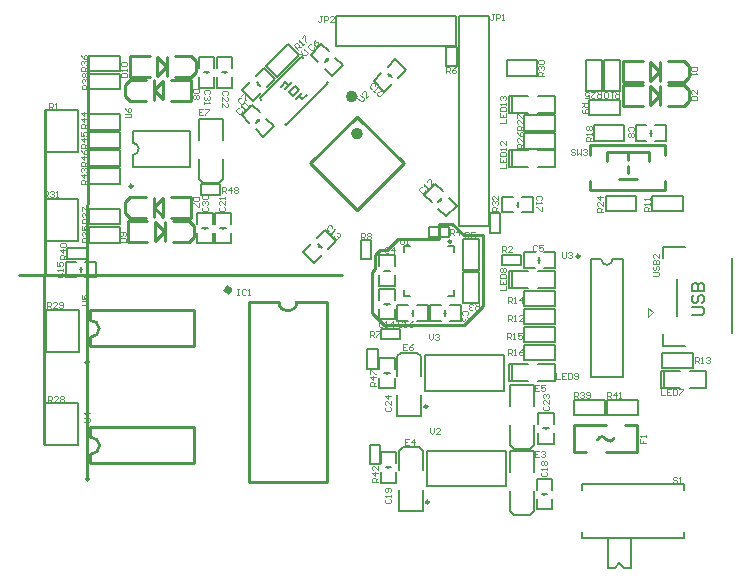
<source format=gto>
G04*
G04 #@! TF.GenerationSoftware,Altium Limited,Altium Designer,18.1.9 (240)*
G04*
G04 Layer_Color=65535*
%FSLAX25Y25*%
%MOIN*%
G70*
G01*
G75*
%ADD10C,0.00984*%
%ADD11C,0.01000*%
%ADD12C,0.01968*%
%ADD13C,0.02000*%
%ADD14C,0.00787*%
%ADD15C,0.00800*%
%ADD16C,0.00600*%
%ADD17C,0.00700*%
%ADD18C,0.00394*%
%ADD19C,0.00400*%
D10*
X69346Y-117711D02*
G03*
X69346Y-117711I-394J0D01*
G01*
X112273Y-122557D02*
G03*
X112273Y-122557I-492J0D01*
G01*
X61500Y-172720D02*
G03*
X61500Y-172720I-492J0D01*
G01*
X62020Y-204588D02*
G03*
X62020Y-204588I-492J0D01*
G01*
X-51408Y-157856D02*
G03*
X-51408Y-157856I-492J0D01*
G01*
X-51298Y-196856D02*
G03*
X-51298Y-196856I-492J0D01*
G01*
D11*
X121000Y-183500D02*
G03*
X123748Y-183138I1299J750D01*
G01*
X121000Y-183500D02*
G03*
X118252Y-183862I-1299J-750D01*
G01*
X12000Y-137864D02*
G03*
X18000Y-137864I3000J0D01*
G01*
X-36736Y-99300D02*
G03*
X-36736Y-99300I-510J0D01*
G01*
X-50700Y-149564D02*
G03*
X-50793Y-143965I0J2800D01*
G01*
X-50590Y-188564D02*
G03*
X-50683Y-182965I0J2800D01*
G01*
X43000Y-141500D02*
X47000Y-145500D01*
X73852D01*
X80000Y-139352D01*
Y-115500D01*
X73563D02*
X80000D01*
X69804Y-111741D02*
X73563Y-115500D01*
X65500Y-111741D02*
X69804D01*
X65500Y-116802D02*
Y-111741D01*
X65302Y-117000D02*
X65500Y-116802D01*
X51673Y-117000D02*
X65302D01*
X48173Y-120500D02*
X51673Y-117000D01*
X45791Y-120500D02*
X48173D01*
X44000Y-122291D02*
X45791Y-120500D01*
X44000Y-127000D02*
Y-122291D01*
X43000Y-128000D02*
X44000Y-127000D01*
X43000Y-141500D02*
Y-128000D01*
X140659Y-100480D02*
Y-97600D01*
X115856Y-100480D02*
Y-97600D01*
X140659Y-88800D02*
Y-85520D01*
X115856Y-88800D02*
Y-85520D01*
Y-100480D02*
X140659D01*
X115856Y-85520D02*
X140659D01*
X135500Y-90900D02*
Y-88000D01*
X121500D02*
X135500D01*
X121500Y-90900D02*
Y-88000D01*
X125500Y-97000D02*
X131400D01*
X128500Y-95000D02*
Y-92400D01*
Y-90600D02*
Y-88000D01*
X127500Y-188000D02*
X131500D01*
Y-179000D01*
X127500D02*
X131500D01*
X112000D02*
X121000D01*
Y-188000D02*
X130000D01*
X110500D02*
X114500D01*
X110500D02*
Y-179000D01*
X114500D01*
X-74500Y-129000D02*
X33000D01*
X-51900Y-155486D02*
X-51500Y-56000D01*
X-51900Y-196997D02*
Y-155486D01*
X-66150Y-185350D02*
X-66000Y-74248D01*
X22465Y-91646D02*
X38021Y-76090D01*
X53578Y-91646D01*
X38021Y-107203D02*
X53578Y-91646D01*
X22465D02*
X38021Y-107203D01*
X148700Y-70724D02*
Y-67124D01*
X147000Y-65424D02*
X148700Y-67124D01*
X141750Y-65424D02*
X147000D01*
X141750Y-72424D02*
X147000D01*
X148700Y-70724D01*
X139060Y-72234D02*
Y-65754D01*
X126750Y-72424D02*
Y-65424D01*
Y-72424D02*
X133250D01*
X126750Y-65424D02*
X133250D01*
X135860Y-65874D02*
X139060Y-69074D01*
X135860Y-72044D02*
Y-65874D01*
Y-72044D02*
X138900Y-69004D01*
X148700Y-62724D02*
Y-59124D01*
X147000Y-57424D02*
X148700Y-59124D01*
X141750Y-57424D02*
X147000D01*
X141750Y-64424D02*
X147000D01*
X148700Y-62724D01*
X139060Y-64234D02*
Y-57754D01*
X126750Y-64424D02*
Y-57424D01*
Y-64424D02*
X133250D01*
X126750Y-57424D02*
X133250D01*
X135860Y-57874D02*
X139060Y-61074D01*
X135860Y-64044D02*
Y-57874D01*
Y-64044D02*
X138900Y-61004D01*
X18000Y-137864D02*
X28000D01*
X2000D02*
X12000D01*
X28000Y-197864D02*
Y-137864D01*
X2000Y-197864D02*
Y-137864D01*
Y-197864D02*
X28000D01*
X-39325Y-69100D02*
Y-65500D01*
Y-69100D02*
X-37626Y-70800D01*
X-32375D01*
X-37626Y-63800D02*
X-32375D01*
X-39325Y-65500D02*
X-37626Y-63800D01*
X-29686Y-70470D02*
Y-63990D01*
X-17376Y-70800D02*
Y-63800D01*
X-23876D02*
X-17376D01*
X-23876Y-70800D02*
X-17376D01*
X-29686Y-67150D02*
X-26485Y-70350D01*
Y-64180D01*
X-29526Y-67220D02*
X-26485Y-64180D01*
X-15676Y-61100D02*
Y-57500D01*
X-17376Y-55800D02*
X-15676Y-57500D01*
X-22625Y-55800D02*
X-17376D01*
X-22625Y-62800D02*
X-17376D01*
X-15676Y-61100D01*
X-25315Y-62610D02*
Y-56130D01*
X-37626Y-62800D02*
Y-55800D01*
Y-62800D02*
X-31126D01*
X-37626Y-55800D02*
X-31126D01*
X-28515Y-56250D02*
X-25315Y-59450D01*
X-28515Y-62420D02*
Y-56250D01*
Y-62420D02*
X-25475Y-59380D01*
X-39325Y-108222D02*
Y-104622D01*
Y-108222D02*
X-37626Y-109922D01*
X-32375D01*
X-37626Y-102922D02*
X-32375D01*
X-39325Y-104622D02*
X-37626Y-102922D01*
X-29686Y-109592D02*
Y-103112D01*
X-17376Y-109922D02*
Y-102922D01*
X-23876D02*
X-17376D01*
X-23876Y-109922D02*
X-17376D01*
X-29686Y-106272D02*
X-26485Y-109472D01*
Y-103302D01*
X-29526Y-106342D02*
X-26485Y-103302D01*
X-16420Y-116100D02*
Y-112500D01*
X-18120Y-110800D02*
X-16420Y-112500D01*
X-23370Y-110800D02*
X-18120D01*
X-23370Y-117800D02*
X-18120D01*
X-16420Y-116100D01*
X-26060Y-117610D02*
Y-111130D01*
X-38370Y-117800D02*
Y-110800D01*
Y-117800D02*
X-31870D01*
X-38370Y-110800D02*
X-31870D01*
X-29260Y-111250D02*
X-26060Y-114450D01*
X-29260Y-117420D02*
Y-111250D01*
Y-117420D02*
X-26220Y-114380D01*
X-51023Y-143964D02*
Y-140660D01*
Y-152668D02*
Y-149666D01*
X-16377Y-152668D02*
Y-140660D01*
X-51023D02*
X-16377D01*
X-51023Y-152668D02*
X-16377D01*
X-50913Y-182964D02*
Y-179660D01*
Y-191668D02*
Y-188666D01*
X-16267Y-191668D02*
Y-179660D01*
X-50913D02*
X-16267D01*
X-50913Y-191668D02*
X-16267D01*
D12*
X39006Y-81747D02*
G03*
X39006Y-81747I-984J0D01*
G01*
X-4392Y-133864D02*
G03*
X-4392Y-133864I-608J0D01*
G01*
D13*
X37238Y-69372D02*
G03*
X37238Y-69372I-984J0D01*
G01*
D14*
X119460Y-123634D02*
G03*
X123197Y-123634I1868J-3D01*
G01*
X-36588Y-88794D02*
G03*
X-36588Y-84806I-157J1994D01*
G01*
X72000Y-42465D02*
X82000D01*
Y-112465D02*
Y-42465D01*
X72000Y-112465D02*
Y-42465D01*
Y-112465D02*
X82000D01*
X31000Y-52500D02*
Y-42500D01*
X71000D01*
X31000Y-52500D02*
X71000D01*
Y-42500D01*
X116028Y-162990D02*
Y-123620D01*
X126728Y-162990D02*
Y-123620D01*
X116028Y-162990D02*
X126728D01*
X116028Y-123620D02*
X119428D01*
X123197D02*
X126728D01*
X87189Y-167405D02*
Y-155594D01*
X60811Y-167405D02*
Y-155594D01*
X87189D01*
X60811Y-167405D02*
X87189D01*
X89020Y-185500D02*
X90320Y-186800D01*
X95720D01*
X89020Y-185500D02*
Y-179000D01*
X95720Y-186800D02*
X97020Y-185500D01*
Y-179000D01*
X89020Y-172500D02*
Y-165500D01*
X97020D01*
Y-172500D02*
Y-165500D01*
X58200Y-154700D02*
X59500Y-156000D01*
X52800Y-154700D02*
X58200D01*
X59500Y-162500D02*
Y-156000D01*
X51500D02*
X52800Y-154700D01*
X51500Y-162500D02*
Y-156000D01*
X59500Y-176000D02*
Y-169000D01*
X51500Y-176000D02*
X59500D01*
X51500D02*
Y-169000D01*
X58720Y-186068D02*
X60020Y-187368D01*
X53320Y-186068D02*
X58720D01*
X60020Y-193868D02*
Y-187368D01*
X52020D02*
X53320Y-186068D01*
X52020Y-193868D02*
Y-187368D01*
X60020Y-207368D02*
Y-200368D01*
X52020Y-207368D02*
X60020D01*
X52020D02*
Y-200368D01*
X89020Y-207443D02*
X90320Y-208743D01*
X95720D01*
X89020Y-207443D02*
Y-200943D01*
X95720Y-208743D02*
X97020Y-207443D01*
Y-200943D01*
X89020Y-194443D02*
Y-187443D01*
X97020D01*
Y-194443D02*
Y-187443D01*
X87709Y-199274D02*
Y-187462D01*
X61331Y-199274D02*
Y-187462D01*
X87709D01*
X61331Y-199274D02*
X87709D01*
X-14566Y-96800D02*
X-13266Y-98100D01*
X-7866D01*
X-14566Y-96800D02*
Y-90300D01*
X-7866Y-98100D02*
X-6566Y-96800D01*
Y-90300D01*
X-14566Y-83800D02*
Y-76800D01*
X-6566D01*
Y-83800D02*
Y-76800D01*
X-36746Y-92800D02*
X-17745D01*
X-36746D02*
Y-88800D01*
Y-84800D02*
Y-80800D01*
X-17745D01*
Y-92800D02*
Y-80800D01*
D15*
X131677Y-175559D02*
Y-170441D01*
X121441Y-175559D02*
X131677D01*
X121441D02*
Y-170441D01*
X131677D01*
X120618Y-175559D02*
Y-170441D01*
X110382Y-175559D02*
X120618D01*
X110382D02*
Y-170441D01*
X120618D01*
X93710Y-86732D02*
Y-81614D01*
X103946D01*
Y-86732D02*
Y-81614D01*
X93710Y-86732D02*
X103946D01*
X93710Y-80732D02*
Y-75614D01*
X103946D01*
Y-80732D02*
Y-75614D01*
X93710Y-80732D02*
X103946D01*
X88729Y-69295D02*
X89729D01*
X88729Y-74895D02*
Y-69295D01*
Y-74895D02*
X89729D01*
X89829Y-69295D02*
X95129D01*
X89729Y-74695D02*
Y-69295D01*
Y-74895D02*
X95129D01*
X98529Y-69295D02*
X103929D01*
Y-69495D02*
Y-69295D01*
Y-74895D02*
Y-69495D01*
X103829Y-74895D02*
X103929D01*
X98529D02*
X103829D01*
X88729Y-87295D02*
X89729D01*
X88729Y-92895D02*
Y-87295D01*
Y-92895D02*
X89729D01*
X89829Y-87295D02*
X95129D01*
X89729Y-92695D02*
Y-87295D01*
Y-92895D02*
X95129D01*
X98529Y-87295D02*
X103929D01*
Y-87495D02*
Y-87295D01*
Y-92895D02*
Y-87495D01*
X103829Y-92895D02*
X103929D01*
X98529D02*
X103829D01*
X127118Y-84059D02*
Y-78941D01*
X116882Y-84059D02*
X127118D01*
X116882D02*
Y-78941D01*
X127118D01*
X130882Y-84059D02*
Y-78941D01*
X141118Y-84059D02*
Y-78941D01*
X137500Y-84059D02*
X141118D01*
X137500Y-78941D02*
X141118D01*
X130882Y-84059D02*
X134500D01*
X130882Y-78941D02*
X134500D01*
X149947Y-159864D02*
Y-154746D01*
X139710Y-159864D02*
X149947D01*
X139710D02*
Y-154746D01*
X149947D01*
X113000Y-216500D02*
X147000D01*
X113000Y-200500D02*
Y-198500D01*
X147000D01*
Y-200500D02*
Y-198500D01*
Y-216500D02*
Y-214500D01*
X113000Y-216500D02*
Y-214500D01*
X121662Y-226500D02*
Y-216500D01*
X129536Y-226500D02*
Y-216500D01*
X121662Y-226500D02*
X124000D01*
X124000Y-226500D01*
X125500Y-225000D01*
X127000Y-226500D01*
X127000Y-226500D01*
X129536D01*
X8061Y-66058D02*
X10619Y-63500D01*
X4442Y-62439D02*
X7000Y-59881D01*
X3381Y-70738D02*
X5940Y-68180D01*
X-238Y-67119D02*
X2321Y-64560D01*
X-238Y-67119D02*
X3381Y-70738D01*
X7000Y-59881D02*
X10619Y-63500D01*
X7762Y-59119D02*
X15000Y-51881D01*
X7762Y-59119D02*
X11381Y-62738D01*
X18619Y-55500D01*
X15000Y-51881D02*
X18619Y-55500D01*
X26191Y-51771D02*
X28749Y-54330D01*
X22572Y-55391D02*
X25130Y-57949D01*
X30870Y-56451D02*
X33429Y-59009D01*
X27251Y-60070D02*
X29810Y-62629D01*
X33429Y-59009D01*
X22572Y-55391D02*
X26191Y-51771D01*
X14494Y-78879D02*
X28414Y-64960D01*
X14040Y-78425D02*
X14494Y-78879D01*
X27960Y-64506D02*
X28414Y-64960D01*
X19505Y-56051D02*
X19959Y-56505D01*
X5586Y-69971D02*
X6041Y-70426D01*
X5586Y-69971D02*
X19505Y-56051D01*
X4251Y-80335D02*
X6809Y-82893D01*
X7870Y-76716D02*
X10428Y-79274D01*
X-429Y-75655D02*
X2130Y-78214D01*
X3190Y-72036D02*
X5749Y-74595D01*
X-429Y-75655D02*
X3190Y-72036D01*
X6809Y-82893D02*
X10428Y-79274D01*
X43571Y-64162D02*
X46130Y-61604D01*
X47190Y-67781D02*
X49749Y-65223D01*
X48251Y-59483D02*
X50810Y-56924D01*
X51870Y-63102D02*
X54429Y-60543D01*
X50810Y-56924D02*
X54429Y-60543D01*
X43571Y-64162D02*
X47190Y-67781D01*
X64000Y-98466D02*
X66558Y-101024D01*
X60381Y-102085D02*
X62939Y-104643D01*
X68679Y-103145D02*
X71238Y-105704D01*
X65060Y-106764D02*
X67619Y-109323D01*
X71238Y-105704D01*
X60381Y-102085D02*
X64000Y-98466D01*
X28461Y-120058D02*
X31019Y-117500D01*
X24842Y-116439D02*
X27400Y-113881D01*
X23781Y-124738D02*
X26340Y-122179D01*
X20162Y-121119D02*
X22720Y-118560D01*
X20162Y-121119D02*
X23781Y-124738D01*
X27400Y-113881D02*
X31019Y-117500D01*
X86441Y-102865D02*
X90059D01*
X86441Y-107983D02*
X90059D01*
X93059Y-102865D02*
X96677D01*
X93059Y-107983D02*
X96677D01*
Y-102865D01*
X86441Y-107983D02*
Y-102865D01*
X120882Y-102441D02*
X131118D01*
X120882Y-107559D02*
Y-102441D01*
Y-107559D02*
X131118D01*
Y-102441D01*
X136382D02*
X146618D01*
X136382Y-107559D02*
Y-102441D01*
Y-107559D02*
X146618D01*
Y-102441D01*
X87882Y-62424D02*
X98118D01*
Y-57306D01*
X87882D02*
X98118D01*
X87882Y-62424D02*
Y-57306D01*
X119559Y-67542D02*
Y-57305D01*
X114441D02*
X119559D01*
X114441Y-67542D02*
Y-57305D01*
Y-67542D02*
X119559D01*
X115382Y-70364D02*
X125618D01*
X115382Y-75483D02*
Y-70364D01*
Y-75483D02*
X125618D01*
Y-70364D01*
X120441Y-67542D02*
Y-57305D01*
Y-67542D02*
X125559D01*
Y-57305D01*
X120441D02*
X125559D01*
X88728Y-127430D02*
X89728D01*
X88728Y-133030D02*
Y-127430D01*
Y-133030D02*
X89728D01*
X89828Y-127430D02*
X95128D01*
X89728Y-132830D02*
Y-127430D01*
Y-133030D02*
X95128D01*
X98528Y-127430D02*
X103928D01*
Y-127630D02*
Y-127430D01*
Y-133030D02*
Y-127630D01*
X103828Y-133030D02*
X103928D01*
X98528D02*
X103828D01*
X88728Y-158430D02*
X89728D01*
X88728Y-164030D02*
Y-158430D01*
Y-164030D02*
X89728D01*
X89828Y-158430D02*
X95128D01*
X89728Y-163830D02*
Y-158430D01*
Y-164030D02*
X95128D01*
X98528Y-158430D02*
X103928D01*
Y-158630D02*
Y-158430D01*
Y-164030D02*
Y-158630D01*
X103828Y-164030D02*
X103928D01*
X98528D02*
X103828D01*
X93769Y-152171D02*
X104006D01*
X93769Y-157289D02*
Y-152171D01*
Y-157289D02*
X104006D01*
Y-152171D01*
X93769Y-146171D02*
X104006D01*
X93769Y-151289D02*
Y-146171D01*
Y-151289D02*
X104006D01*
Y-146171D01*
X93769Y-134171D02*
X104006D01*
X93769Y-139289D02*
Y-134171D01*
Y-139289D02*
X104006D01*
Y-134171D01*
X93769Y-140171D02*
X104006D01*
X93769Y-145289D02*
Y-140171D01*
Y-145289D02*
X104006D01*
Y-140171D01*
X139287Y-160838D02*
X140287D01*
X139287Y-166438D02*
Y-160838D01*
Y-166438D02*
X140287D01*
X140387Y-160838D02*
X145687D01*
X140287Y-166238D02*
Y-160838D01*
Y-166438D02*
X145687D01*
X149087Y-160838D02*
X154487D01*
Y-161038D02*
Y-160838D01*
Y-166438D02*
Y-161038D01*
X154387Y-166438D02*
X154487D01*
X149087D02*
X154387D01*
X100328Y-126365D02*
X103946D01*
X100328Y-121247D02*
X103946D01*
X93710Y-126365D02*
X97328D01*
X93710Y-121247D02*
X97328D01*
X93710Y-126365D02*
Y-121247D01*
X103946Y-126365D02*
Y-121247D01*
X51445Y-138920D02*
X55063D01*
X51445Y-144038D02*
X55063D01*
X58063Y-138920D02*
X61681D01*
X58063Y-144038D02*
X61681D01*
Y-138920D01*
X51445Y-144038D02*
Y-138920D01*
X45441Y-132483D02*
Y-128866D01*
X50559Y-132483D02*
Y-128866D01*
X45441Y-125865D02*
Y-122247D01*
X50559Y-125865D02*
Y-122247D01*
X45441D02*
X50559D01*
X45441Y-132483D02*
X50559D01*
Y-137058D02*
Y-133441D01*
X45441Y-137058D02*
Y-133441D01*
X50559Y-143677D02*
Y-140058D01*
X45441Y-143677D02*
Y-140058D01*
Y-143677D02*
X50559D01*
X45441Y-133441D02*
X50559D01*
X73504Y-127038D02*
Y-116802D01*
Y-127038D02*
X78622D01*
Y-116802D01*
X73504D02*
X78622D01*
X78622Y-138098D02*
Y-127861D01*
X73504D02*
X78622D01*
X73504Y-138098D02*
Y-127861D01*
Y-138098D02*
X78622D01*
X69004Y-144038D02*
X72622D01*
X69004Y-138920D02*
X72622D01*
X62386Y-144038D02*
X66004D01*
X62386Y-138920D02*
X66004D01*
X62386Y-144038D02*
Y-138920D01*
X72622Y-144038D02*
Y-138920D01*
X98460Y-185117D02*
Y-181500D01*
X103578Y-185117D02*
Y-181500D01*
X98460Y-178500D02*
Y-174881D01*
X103578Y-178500D02*
Y-174881D01*
X98460D02*
X103578D01*
X98460Y-185117D02*
X103578D01*
X50586Y-160059D02*
Y-156441D01*
X45468Y-160059D02*
Y-156441D01*
X50586Y-166677D02*
Y-163059D01*
X45468Y-166677D02*
Y-163059D01*
Y-166677D02*
X50586D01*
X45468Y-156441D02*
X50586D01*
X97960Y-206986D02*
Y-203368D01*
X103078Y-206986D02*
Y-203368D01*
X97960Y-200368D02*
Y-196749D01*
X103078Y-200368D02*
Y-196749D01*
X97960D02*
X103078D01*
X97960Y-206986D02*
X103078D01*
X51079Y-191443D02*
Y-187825D01*
X45961Y-191443D02*
Y-187825D01*
X51079Y-198062D02*
Y-194443D01*
X45961Y-198062D02*
Y-194443D01*
Y-198062D02*
X51079D01*
X45961Y-187825D02*
X51079D01*
X-51244Y-92481D02*
X-41008D01*
Y-87363D01*
X-51244D02*
X-41008D01*
X-51244Y-92481D02*
Y-87363D01*
X-51184Y-98481D02*
X-40948D01*
Y-93363D01*
X-51184D02*
X-40948D01*
X-51184Y-98481D02*
Y-93363D01*
X-51244Y-118099D02*
X-41008D01*
Y-112981D01*
X-51244D02*
X-41008D01*
X-51244Y-118099D02*
Y-112981D01*
Y-106863D02*
X-41008D01*
X-51244Y-111981D02*
Y-106863D01*
Y-111981D02*
X-41008D01*
Y-106863D01*
X-51243Y-81363D02*
X-41007D01*
X-51243Y-86481D02*
Y-81363D01*
Y-86481D02*
X-41007D01*
Y-81363D01*
X-51243Y-75363D02*
X-41007D01*
X-51243Y-80481D02*
Y-75363D01*
Y-80481D02*
X-41007D01*
Y-75363D01*
X-51244Y-66982D02*
X-41008D01*
Y-61864D01*
X-51244D02*
X-41008D01*
X-51244Y-66982D02*
Y-61864D01*
X-51243Y-55863D02*
X-41007D01*
X-51243Y-60981D02*
Y-55863D01*
Y-60981D02*
X-41007D01*
Y-55863D01*
X-15184Y-118359D02*
Y-114741D01*
X-10066Y-118359D02*
Y-114741D01*
X-15184Y-111741D02*
Y-108123D01*
X-10066Y-111741D02*
Y-108123D01*
X-15184D02*
X-10066D01*
X-15184Y-118359D02*
X-10066D01*
X-9184D02*
Y-114741D01*
X-4066Y-118359D02*
Y-114741D01*
X-9184Y-111741D02*
Y-108123D01*
X-4066Y-111741D02*
Y-108123D01*
X-9184D02*
X-4066D01*
X-9184Y-118359D02*
X-4066D01*
X-8685Y-66418D02*
Y-62801D01*
X-3566Y-66418D02*
Y-62801D01*
X-8685Y-59801D02*
Y-56182D01*
X-3566Y-59801D02*
Y-56182D01*
X-8685D02*
X-3566D01*
X-8685Y-66418D02*
X-3566D01*
X-9566Y-59800D02*
Y-56182D01*
X-14684Y-59800D02*
Y-56182D01*
X-9566Y-66418D02*
Y-62800D01*
X-14684Y-66418D02*
Y-62800D01*
Y-66418D02*
X-9566D01*
X-14684Y-56182D02*
X-9566D01*
X-52500Y-129559D02*
X-48882D01*
X-52500Y-124441D02*
X-48882D01*
X-59118Y-129559D02*
X-55500D01*
X-59118Y-124441D02*
X-55500D01*
X-59118Y-129559D02*
Y-124441D01*
X-48882Y-129559D02*
Y-124441D01*
X149582Y-142183D02*
X152914D01*
X153580Y-141516D01*
Y-140183D01*
X152914Y-139517D01*
X149582D01*
X150248Y-135518D02*
X149582Y-136185D01*
Y-137518D01*
X150248Y-138184D01*
X150915D01*
X151581Y-137518D01*
Y-136185D01*
X152247Y-135518D01*
X152914D01*
X153580Y-136185D01*
Y-137518D01*
X152914Y-138184D01*
X149582Y-134186D02*
X153580D01*
Y-132186D01*
X152914Y-131520D01*
X152247D01*
X151581Y-132186D01*
Y-134186D01*
Y-132186D01*
X150915Y-131520D01*
X150248D01*
X149582Y-132186D01*
Y-134186D01*
D16*
X136000Y-82400D02*
Y-80600D01*
Y-81500D02*
X136300D01*
X135700D02*
X136000D01*
X85771Y-114770D02*
Y-108274D01*
X82228Y-114770D02*
Y-108274D01*
X85771D01*
X82228Y-114770D02*
X85771D01*
X71271Y-59346D02*
Y-52850D01*
X67728Y-59346D02*
Y-52850D01*
X71271D01*
X67728Y-59346D02*
X71271D01*
X86253Y-125577D02*
X92750D01*
X86253Y-122034D02*
X92750D01*
Y-125577D02*
Y-122034D01*
X86253Y-125577D02*
Y-122034D01*
X68653Y-116272D02*
Y-112729D01*
X62157Y-116272D02*
Y-112729D01*
Y-116272D02*
X68653D01*
X62157Y-112729D02*
X68653D01*
X45888Y-150272D02*
Y-146728D01*
X52384Y-150272D02*
Y-146728D01*
X45888D02*
X52384D01*
X45888Y-150272D02*
X52384D01*
X39228Y-123575D02*
X42772D01*
X39228Y-117079D02*
X42772D01*
X39228Y-123575D02*
Y-117079D01*
X42772Y-123575D02*
Y-117079D01*
X-52079Y-123503D02*
Y-119960D01*
X-58575Y-123503D02*
Y-119960D01*
Y-123503D02*
X-52079D01*
X-58575Y-119960D02*
X-52079D01*
X-13972Y-102071D02*
Y-98528D01*
X-7475Y-102071D02*
Y-98528D01*
X-13972D02*
X-7475D01*
X-13972Y-102071D02*
X-7475D01*
X5190Y-65309D02*
X5403Y-65097D01*
X4978Y-65521D02*
X5190Y-65309D01*
X4554Y-64673D02*
X5827Y-65946D01*
X27788Y-56988D02*
X28000Y-57200D01*
X28212Y-57412D01*
X27364Y-57836D02*
X28636Y-56564D01*
X17707Y-70293D02*
X19828Y-68172D01*
X14172Y-66758D02*
X16293Y-64636D01*
X14172D02*
X15232Y-65697D01*
X13111D02*
X14172Y-64636D01*
X18768Y-69232D02*
X19828Y-70293D01*
X21243Y-68879D01*
X12757Y-66050D02*
X13111Y-65697D01*
X16646Y-69232D02*
X18768Y-67111D01*
X15232Y-67818D02*
X16646Y-69232D01*
X15232Y-67818D02*
X17354Y-65697D01*
X18768Y-67111D01*
X5000Y-77465D02*
X5212Y-77677D01*
X4788Y-77252D02*
X5000Y-77465D01*
X4364Y-78101D02*
X5636Y-76828D01*
X48788Y-62565D02*
X49000Y-62353D01*
X49212Y-62141D01*
X48364Y-61717D02*
X49636Y-62989D01*
X65597Y-103682D02*
X65809Y-103894D01*
X66021Y-104106D01*
X65173Y-104531D02*
X66445Y-103258D01*
X25591Y-119309D02*
X25803Y-119097D01*
X25378Y-119521D02*
X25591Y-119309D01*
X24954Y-118673D02*
X26227Y-119946D01*
X91259Y-105424D02*
X91559D01*
X91859D01*
X91559Y-106324D02*
Y-104524D01*
X144616Y-142679D02*
Y-130179D01*
X139998Y-152683D02*
X147399D01*
X139998D02*
Y-148683D01*
Y-123183D02*
Y-119683D01*
X147399D01*
X162998Y-148183D02*
Y-123183D01*
X98828Y-123805D02*
X99128D01*
X98528D02*
X98828D01*
Y-124705D02*
Y-122905D01*
X56263Y-141479D02*
X56563D01*
X56863D01*
X56563Y-142379D02*
Y-140579D01*
X48000Y-127665D02*
Y-127366D01*
Y-127066D01*
X47100Y-127366D02*
X48900D01*
X47999Y-138558D02*
Y-138258D01*
Y-138858D02*
Y-138558D01*
X47099D02*
X48899D01*
X67504Y-141479D02*
X67804D01*
X67204D02*
X67504D01*
Y-142379D02*
Y-140579D01*
X41346Y-153654D02*
X44890D01*
X41346Y-160150D02*
X44890D01*
Y-153654D01*
X41346Y-160150D02*
Y-153654D01*
X101020Y-180300D02*
Y-180000D01*
Y-179700D01*
X100120Y-180000D02*
X101920D01*
X48027Y-161559D02*
Y-161259D01*
Y-161859D02*
Y-161559D01*
X47127D02*
X48927D01*
X42248Y-185368D02*
X45791D01*
X42248Y-191864D02*
X45791D01*
Y-185368D01*
X42248Y-191864D02*
Y-185368D01*
X100520Y-202168D02*
Y-201868D01*
Y-201568D01*
X99620Y-201868D02*
X101420D01*
X48520Y-192943D02*
Y-192643D01*
Y-193243D02*
Y-192943D01*
X47620D02*
X49420D01*
X-12625Y-113541D02*
Y-113241D01*
Y-112941D01*
X-13525Y-113241D02*
X-11725D01*
X-6625Y-113541D02*
Y-113241D01*
Y-112941D01*
X-7525Y-113241D02*
X-5725D01*
X-6125Y-61601D02*
Y-61301D01*
Y-61001D01*
X-7025Y-61301D02*
X-5225D01*
X-12126Y-61300D02*
Y-61000D01*
Y-61600D02*
Y-61300D01*
X-13025D02*
X-11225D01*
X-54850Y-87981D02*
Y-73981D01*
X-65850D02*
X-54850D01*
X-65850Y-87981D02*
Y-73981D01*
Y-87981D02*
X-54850D01*
X-66000Y-117436D02*
Y-103436D01*
Y-117436D02*
X-55000D01*
Y-103436D01*
X-66000D02*
X-55000D01*
X-65500Y-154500D02*
Y-140500D01*
Y-154500D02*
X-54500D01*
Y-140500D01*
X-65500D02*
X-54500D01*
X-65850Y-185500D02*
Y-171500D01*
Y-185500D02*
X-54850D01*
Y-171500D01*
X-65850D02*
X-54850D01*
X-54000Y-127000D02*
X-53700D01*
X-54300D02*
X-54000D01*
Y-127900D02*
Y-126100D01*
D17*
X68362Y-119263D02*
X70354D01*
Y-121255D02*
Y-119263D01*
X53772D02*
X55764D01*
X53772Y-121255D02*
Y-119263D01*
Y-135845D02*
Y-133853D01*
Y-135845D02*
X55764D01*
X68362D02*
X70354D01*
Y-133853D01*
D18*
X135080Y-139801D02*
X136580Y-141301D01*
X135080Y-142801D02*
Y-139801D01*
Y-142801D02*
X136580Y-141301D01*
D19*
X83833Y-42001D02*
X83166D01*
X83500D01*
Y-43667D01*
X83166Y-44000D01*
X82833D01*
X82500Y-43667D01*
X84499Y-44000D02*
Y-42001D01*
X85499D01*
X85832Y-42334D01*
Y-43000D01*
X85499Y-43334D01*
X84499D01*
X86499Y-44000D02*
X87165D01*
X86832D01*
Y-42001D01*
X86499Y-42334D01*
X-7050Y-101500D02*
Y-99500D01*
X-6051D01*
X-5717Y-99834D01*
Y-100500D01*
X-6051Y-100833D01*
X-7050D01*
X-6384D02*
X-5717Y-101500D01*
X-4051D02*
Y-99500D01*
X-5051Y-100500D01*
X-3718D01*
X-3052Y-99834D02*
X-2718Y-99500D01*
X-2052D01*
X-1719Y-99834D01*
Y-100167D01*
X-2052Y-100500D01*
X-1719Y-100833D01*
Y-101166D01*
X-2052Y-101500D01*
X-2718D01*
X-3052Y-101166D01*
Y-100833D01*
X-2718Y-100500D01*
X-3052Y-100167D01*
Y-99834D01*
X-2718Y-100500D02*
X-2052D01*
X18586Y-55051D02*
X20943Y-55522D01*
X19529Y-54108D02*
X20000Y-56465D01*
X21414Y-55051D02*
X21885Y-54580D01*
X21649Y-54815D01*
X20236Y-53401D01*
X20236Y-53873D01*
X62000Y-148500D02*
Y-149833D01*
X62666Y-150500D01*
X63333Y-149833D01*
Y-148500D01*
X63999Y-148834D02*
X64333Y-148500D01*
X64999D01*
X65332Y-148834D01*
Y-149167D01*
X64999Y-149500D01*
X64666D01*
X64999D01*
X65332Y-149833D01*
Y-150166D01*
X64999Y-150500D01*
X64333D01*
X63999Y-150166D01*
X62520Y-179869D02*
Y-181202D01*
X63186Y-181868D01*
X63853Y-181202D01*
Y-179869D01*
X65852Y-181868D02*
X64519D01*
X65852Y-180535D01*
Y-180202D01*
X65519Y-179869D01*
X64852D01*
X64519Y-180202D01*
X136829Y-129230D02*
X138495D01*
X138828Y-128897D01*
Y-128230D01*
X138495Y-127897D01*
X136829D01*
X137162Y-125898D02*
X136829Y-126231D01*
Y-126898D01*
X137162Y-127231D01*
X137495D01*
X137829Y-126898D01*
Y-126231D01*
X138162Y-125898D01*
X138495D01*
X138828Y-126231D01*
Y-126898D01*
X138495Y-127231D01*
X136829Y-125231D02*
X138828D01*
Y-124232D01*
X138495Y-123898D01*
X138162D01*
X137829Y-124232D01*
Y-125231D01*
Y-124232D01*
X137495Y-123898D01*
X137162D01*
X136829Y-124232D01*
Y-125231D01*
X138828Y-121899D02*
Y-123232D01*
X137495Y-121899D01*
X137162D01*
X136829Y-122232D01*
Y-122899D01*
X137162Y-123232D01*
X-39245Y-76363D02*
X-37579D01*
X-37246Y-76030D01*
Y-75363D01*
X-37579Y-75030D01*
X-39245D01*
Y-73031D02*
X-38912Y-73697D01*
X-38245Y-74364D01*
X-37579D01*
X-37246Y-74030D01*
Y-73364D01*
X-37579Y-73031D01*
X-37912D01*
X-38245Y-73364D01*
Y-74364D01*
X-53499Y-138864D02*
X-51833D01*
X-51500Y-138530D01*
Y-137864D01*
X-51833Y-137531D01*
X-53499D01*
Y-135531D02*
Y-136864D01*
X-52500D01*
X-52833Y-136198D01*
Y-135865D01*
X-52500Y-135531D01*
X-51833D01*
X-51500Y-135865D01*
Y-136531D01*
X-51833Y-136864D01*
X-52889Y-177864D02*
X-51223D01*
X-50890Y-177530D01*
Y-176864D01*
X-51223Y-176531D01*
X-52889D01*
X-50890Y-174865D02*
X-52889D01*
X-51890Y-175864D01*
Y-174531D01*
X106328Y-121306D02*
Y-122972D01*
X106661Y-123305D01*
X107328D01*
X107661Y-122972D01*
Y-121306D01*
X108328Y-121639D02*
X108661Y-121306D01*
X109327D01*
X109660Y-121639D01*
Y-121972D01*
X109327Y-122306D01*
X108994D01*
X109327D01*
X109660Y-122639D01*
Y-122972D01*
X109327Y-123305D01*
X108661D01*
X108328Y-122972D01*
X38107Y-69732D02*
X39286Y-70911D01*
X39757D01*
X40228Y-70439D01*
X40228Y-69968D01*
X39050Y-68790D01*
X41877D02*
X40935Y-69732D01*
Y-67848D01*
X40699Y-67612D01*
X40228D01*
X39757Y-68083D01*
X39757Y-68554D01*
X52500Y-116501D02*
Y-118167D01*
X52833Y-118500D01*
X53500D01*
X53833Y-118167D01*
Y-116501D01*
X54499Y-118500D02*
X55166D01*
X54833D01*
Y-116501D01*
X54499Y-116834D01*
X110833Y-87274D02*
X110500Y-86941D01*
X109833D01*
X109500Y-87274D01*
Y-87608D01*
X109833Y-87941D01*
X110500D01*
X110833Y-88274D01*
Y-88607D01*
X110500Y-88941D01*
X109833D01*
X109500Y-88607D01*
X111499Y-86941D02*
Y-88941D01*
X112166Y-88274D01*
X112832Y-88941D01*
Y-86941D01*
X113499Y-87274D02*
X113832Y-86941D01*
X114498D01*
X114832Y-87274D01*
Y-87608D01*
X114498Y-87941D01*
X114165D01*
X114498D01*
X114832Y-88274D01*
Y-88607D01*
X114498Y-88941D01*
X113832D01*
X113499Y-88607D01*
X144833Y-196391D02*
X144500Y-196058D01*
X143833D01*
X143500Y-196391D01*
Y-196724D01*
X143833Y-197057D01*
X144500D01*
X144833Y-197390D01*
Y-197724D01*
X144500Y-198057D01*
X143833D01*
X143500Y-197724D01*
X145499Y-198057D02*
X146166D01*
X145833D01*
Y-196058D01*
X145499Y-196391D01*
X44500Y-166000D02*
X42501D01*
Y-165000D01*
X42834Y-164667D01*
X43500D01*
X43834Y-165000D01*
Y-166000D01*
Y-165333D02*
X44500Y-164667D01*
Y-163001D02*
X42501D01*
X43500Y-164001D01*
Y-162668D01*
X42501Y-162001D02*
Y-160668D01*
X42834D01*
X44167Y-162001D01*
X44500D01*
X-52126Y-92481D02*
X-54125D01*
Y-91482D01*
X-53792Y-91149D01*
X-53125D01*
X-52792Y-91482D01*
Y-92481D01*
Y-91815D02*
X-52126Y-91149D01*
Y-89482D02*
X-54125D01*
X-53125Y-90482D01*
Y-89149D01*
X-54125Y-87150D02*
X-53792Y-87816D01*
X-53125Y-88483D01*
X-52459D01*
X-52126Y-88149D01*
Y-87483D01*
X-52459Y-87150D01*
X-52792D01*
X-53125Y-87483D01*
Y-88483D01*
X-52126Y-86481D02*
X-54125D01*
Y-85481D01*
X-53792Y-85148D01*
X-53125D01*
X-52792Y-85481D01*
Y-86481D01*
Y-85815D02*
X-52126Y-85148D01*
Y-83482D02*
X-54125D01*
X-53125Y-84482D01*
Y-83149D01*
X-54125Y-81150D02*
Y-82482D01*
X-53125D01*
X-53458Y-81816D01*
Y-81483D01*
X-53125Y-81150D01*
X-52459D01*
X-52126Y-81483D01*
Y-82149D01*
X-52459Y-82482D01*
X-52126Y-79924D02*
X-54125D01*
Y-78924D01*
X-53792Y-78591D01*
X-53125D01*
X-52792Y-78924D01*
Y-79924D01*
Y-79257D02*
X-52126Y-78591D01*
Y-76925D02*
X-54125D01*
X-53125Y-77925D01*
Y-76592D01*
X-52126Y-74925D02*
X-54125D01*
X-53125Y-75925D01*
Y-74592D01*
X-52126Y-98481D02*
X-54125D01*
Y-97482D01*
X-53792Y-97149D01*
X-53125D01*
X-52792Y-97482D01*
Y-98481D01*
Y-97815D02*
X-52126Y-97149D01*
Y-95482D02*
X-54125D01*
X-53125Y-96482D01*
Y-95149D01*
X-53792Y-94483D02*
X-54125Y-94150D01*
Y-93483D01*
X-53792Y-93150D01*
X-53458D01*
X-53125Y-93483D01*
Y-93816D01*
Y-93483D01*
X-52792Y-93150D01*
X-52459D01*
X-52126Y-93483D01*
Y-94150D01*
X-52459Y-94483D01*
X45020Y-197943D02*
X43020D01*
Y-196943D01*
X43354Y-196610D01*
X44020D01*
X44353Y-196943D01*
Y-197943D01*
Y-197277D02*
X45020Y-196610D01*
Y-194944D02*
X43020D01*
X44020Y-195944D01*
Y-194611D01*
X45020Y-192612D02*
Y-193944D01*
X43687Y-192612D01*
X43354D01*
X43020Y-192945D01*
Y-193611D01*
X43354Y-193944D01*
X121500Y-170000D02*
Y-168001D01*
X122500D01*
X122833Y-168334D01*
Y-169000D01*
X122500Y-169334D01*
X121500D01*
X122167D02*
X122833Y-170000D01*
X124499D02*
Y-168001D01*
X123499Y-169000D01*
X124832D01*
X125499Y-170000D02*
X126165D01*
X125832D01*
Y-168001D01*
X125499Y-168334D01*
X-59000Y-123500D02*
X-60999D01*
Y-122500D01*
X-60666Y-122167D01*
X-60000D01*
X-59666Y-122500D01*
Y-123500D01*
Y-122834D02*
X-59000Y-122167D01*
Y-120501D02*
X-60999D01*
X-60000Y-121501D01*
Y-120168D01*
X-60666Y-119501D02*
X-60999Y-119168D01*
Y-118502D01*
X-60666Y-118168D01*
X-59333D01*
X-59000Y-118502D01*
Y-119168D01*
X-59333Y-119501D01*
X-60666D01*
X110500Y-170000D02*
Y-168001D01*
X111500D01*
X111833Y-168334D01*
Y-169000D01*
X111500Y-169334D01*
X110500D01*
X111167D02*
X111833Y-170000D01*
X112499Y-168334D02*
X112833Y-168001D01*
X113499D01*
X113832Y-168334D01*
Y-168667D01*
X113499Y-169000D01*
X113166D01*
X113499D01*
X113832Y-169334D01*
Y-169667D01*
X113499Y-170000D01*
X112833D01*
X112499Y-169667D01*
X114499D02*
X114832Y-170000D01*
X115498D01*
X115832Y-169667D01*
Y-168334D01*
X115498Y-168001D01*
X114832D01*
X114499Y-168334D01*
Y-168667D01*
X114832Y-169000D01*
X115832D01*
X-51626Y-66800D02*
X-53625D01*
Y-65800D01*
X-53292Y-65467D01*
X-52625D01*
X-52292Y-65800D01*
Y-66800D01*
Y-66134D02*
X-51626Y-65467D01*
X-53292Y-64801D02*
X-53625Y-64467D01*
Y-63801D01*
X-53292Y-63468D01*
X-52958D01*
X-52625Y-63801D01*
Y-64134D01*
Y-63801D01*
X-52292Y-63468D01*
X-51959D01*
X-51626Y-63801D01*
Y-64467D01*
X-51959Y-64801D01*
X-53292Y-62801D02*
X-53625Y-62468D01*
Y-61802D01*
X-53292Y-61468D01*
X-52958D01*
X-52625Y-61802D01*
X-52292Y-61468D01*
X-51959D01*
X-51626Y-61802D01*
Y-62468D01*
X-51959Y-62801D01*
X-52292D01*
X-52625Y-62468D01*
X-52958Y-62801D01*
X-53292D01*
X-52625Y-62468D02*
Y-61802D01*
X-51626Y-111652D02*
X-53625D01*
Y-110652D01*
X-53292Y-110319D01*
X-52625D01*
X-52292Y-110652D01*
Y-111652D01*
Y-110985D02*
X-51626Y-110319D01*
X-53292Y-109652D02*
X-53625Y-109319D01*
Y-108653D01*
X-53292Y-108319D01*
X-52958D01*
X-52625Y-108653D01*
Y-108986D01*
Y-108653D01*
X-52292Y-108319D01*
X-51959D01*
X-51626Y-108653D01*
Y-109319D01*
X-51959Y-109652D01*
X-53625Y-107653D02*
Y-106320D01*
X-53292D01*
X-51959Y-107653D01*
X-51626D01*
X-52126Y-60800D02*
X-54125D01*
Y-59800D01*
X-53792Y-59467D01*
X-53125D01*
X-52792Y-59800D01*
Y-60800D01*
Y-60134D02*
X-52126Y-59467D01*
X-53792Y-58801D02*
X-54125Y-58467D01*
Y-57801D01*
X-53792Y-57468D01*
X-53458D01*
X-53125Y-57801D01*
Y-58134D01*
Y-57801D01*
X-52792Y-57468D01*
X-52459D01*
X-52126Y-57801D01*
Y-58467D01*
X-52459Y-58801D01*
X-54125Y-55468D02*
X-53792Y-56135D01*
X-53125Y-56801D01*
X-52459D01*
X-52126Y-56468D01*
Y-55802D01*
X-52459Y-55468D01*
X-52792D01*
X-53125Y-55802D01*
Y-56801D01*
X-51626Y-117964D02*
X-53625D01*
Y-116964D01*
X-53292Y-116631D01*
X-52625D01*
X-52292Y-116964D01*
Y-117964D01*
Y-117297D02*
X-51626Y-116631D01*
X-53292Y-115965D02*
X-53625Y-115631D01*
Y-114965D01*
X-53292Y-114632D01*
X-52958D01*
X-52625Y-114965D01*
Y-115298D01*
Y-114965D01*
X-52292Y-114632D01*
X-51959D01*
X-51626Y-114965D01*
Y-115631D01*
X-51959Y-115965D01*
X-53625Y-112632D02*
Y-113965D01*
X-52625D01*
X-52958Y-113299D01*
Y-112966D01*
X-52625Y-112632D01*
X-51959D01*
X-51626Y-112966D01*
Y-113632D01*
X-51959Y-113965D01*
X85000Y-107695D02*
X83000D01*
Y-106695D01*
X83334Y-106362D01*
X84000D01*
X84333Y-106695D01*
Y-107695D01*
Y-107029D02*
X85000Y-106362D01*
X83334Y-105696D02*
X83000Y-105363D01*
Y-104696D01*
X83334Y-104363D01*
X83667D01*
X84000Y-104696D01*
Y-105029D01*
Y-104696D01*
X84333Y-104363D01*
X84666D01*
X85000Y-104696D01*
Y-105363D01*
X84666Y-105696D01*
X85000Y-102364D02*
Y-103697D01*
X83667Y-102364D01*
X83334D01*
X83000Y-102697D01*
Y-103363D01*
X83334Y-103697D01*
X-66201Y-102861D02*
Y-100862D01*
X-65201D01*
X-64868Y-101195D01*
Y-101862D01*
X-65201Y-102195D01*
X-66201D01*
X-65534D02*
X-64868Y-102861D01*
X-64201Y-101195D02*
X-63868Y-100862D01*
X-63202D01*
X-62868Y-101195D01*
Y-101529D01*
X-63202Y-101862D01*
X-63535D01*
X-63202D01*
X-62868Y-102195D01*
Y-102528D01*
X-63202Y-102861D01*
X-63868D01*
X-64201Y-102528D01*
X-62202Y-102861D02*
X-61536D01*
X-61869D01*
Y-100862D01*
X-62202Y-101195D01*
X100500Y-62365D02*
X98501D01*
Y-61365D01*
X98834Y-61032D01*
X99500D01*
X99834Y-61365D01*
Y-62365D01*
Y-61698D02*
X100500Y-61032D01*
X98834Y-60365D02*
X98501Y-60032D01*
Y-59365D01*
X98834Y-59032D01*
X99167D01*
X99500Y-59365D01*
Y-59699D01*
Y-59365D01*
X99834Y-59032D01*
X100167D01*
X100500Y-59365D01*
Y-60032D01*
X100167Y-60365D01*
X98834Y-58366D02*
X98501Y-58033D01*
Y-57366D01*
X98834Y-57033D01*
X100167D01*
X100500Y-57366D01*
Y-58033D01*
X100167Y-58366D01*
X98834D01*
X-65449Y-140000D02*
Y-138001D01*
X-64449D01*
X-64116Y-138334D01*
Y-139000D01*
X-64449Y-139333D01*
X-65449D01*
X-64782D02*
X-64116Y-140000D01*
X-62117D02*
X-63450D01*
X-62117Y-138667D01*
Y-138334D01*
X-62450Y-138001D01*
X-63116D01*
X-63450Y-138334D01*
X-61450Y-139667D02*
X-61117Y-140000D01*
X-60450D01*
X-60117Y-139667D01*
Y-138334D01*
X-60450Y-138001D01*
X-61117D01*
X-61450Y-138334D01*
Y-138667D01*
X-61117Y-139000D01*
X-60117D01*
X-64850Y-171038D02*
Y-169039D01*
X-63851D01*
X-63517Y-169372D01*
Y-170038D01*
X-63851Y-170372D01*
X-64850D01*
X-64184D02*
X-63517Y-171038D01*
X-61518D02*
X-62851D01*
X-61518Y-169705D01*
Y-169372D01*
X-61851Y-169039D01*
X-62518D01*
X-62851Y-169372D01*
X-60852D02*
X-60518Y-169039D01*
X-59852D01*
X-59519Y-169372D01*
Y-169705D01*
X-59852Y-170038D01*
X-59519Y-170372D01*
Y-170705D01*
X-59852Y-171038D01*
X-60518D01*
X-60852Y-170705D01*
Y-170372D01*
X-60518Y-170038D01*
X-60852Y-169705D01*
Y-169372D01*
X-60518Y-170038D02*
X-59852D01*
X93269Y-80673D02*
X91270D01*
Y-79673D01*
X91603Y-79340D01*
X92270D01*
X92603Y-79673D01*
Y-80673D01*
Y-80006D02*
X93269Y-79340D01*
Y-77340D02*
Y-78673D01*
X91936Y-77340D01*
X91603D01*
X91270Y-77674D01*
Y-78340D01*
X91603Y-78673D01*
X91270Y-76674D02*
Y-75341D01*
X91603D01*
X92936Y-76674D01*
X93269D01*
X93329Y-86672D02*
X91329D01*
Y-85673D01*
X91663Y-85339D01*
X92329D01*
X92662Y-85673D01*
Y-86672D01*
Y-86006D02*
X93329Y-85339D01*
Y-83340D02*
Y-84673D01*
X91996Y-83340D01*
X91663D01*
X91329Y-83673D01*
Y-84340D01*
X91663Y-84673D01*
X91329Y-81341D02*
X91663Y-82007D01*
X92329Y-82674D01*
X92995D01*
X93329Y-82340D01*
Y-81674D01*
X92995Y-81341D01*
X92662D01*
X92329Y-81674D01*
Y-82674D01*
X119500Y-67923D02*
Y-69923D01*
X118500D01*
X118167Y-69589D01*
Y-68923D01*
X118500Y-68590D01*
X119500D01*
X118833D02*
X118167Y-67923D01*
X116167D02*
X117500D01*
X116167Y-69256D01*
Y-69589D01*
X116501Y-69923D01*
X117167D01*
X117500Y-69589D01*
X114168Y-69923D02*
X115501D01*
Y-68923D01*
X114834Y-69256D01*
X114501D01*
X114168Y-68923D01*
Y-68256D01*
X114501Y-67923D01*
X115168D01*
X115501Y-68256D01*
X120059Y-108000D02*
X118060D01*
Y-107000D01*
X118393Y-106667D01*
X119060D01*
X119393Y-107000D01*
Y-108000D01*
Y-107333D02*
X120059Y-106667D01*
Y-104667D02*
Y-106000D01*
X118727Y-104667D01*
X118393D01*
X118060Y-105001D01*
Y-105667D01*
X118393Y-106000D01*
X120059Y-103001D02*
X118060D01*
X119060Y-104001D01*
Y-102668D01*
X116500Y-84066D02*
X114501D01*
Y-83067D01*
X114834Y-82734D01*
X115500D01*
X115833Y-83067D01*
Y-84066D01*
Y-83400D02*
X116500Y-82734D01*
Y-82067D02*
Y-81401D01*
Y-81734D01*
X114501D01*
X114834Y-82067D01*
Y-80401D02*
X114501Y-80068D01*
Y-79401D01*
X114834Y-79068D01*
X115167D01*
X115500Y-79401D01*
X115833Y-79068D01*
X116167D01*
X116500Y-79401D01*
Y-80068D01*
X116167Y-80401D01*
X115833D01*
X115500Y-80068D01*
X115167Y-80401D01*
X114834D01*
X115500Y-80068D02*
Y-79401D01*
X18381Y-53751D02*
X16968Y-52337D01*
X17674Y-51630D01*
X18146D01*
X18617Y-52101D01*
X18617Y-52573D01*
X17910Y-53279D01*
X18381Y-52808D02*
X19324D01*
X19795Y-52337D02*
X20266Y-51866D01*
X20031Y-52101D01*
X18617Y-50687D01*
X18617Y-51159D01*
X19559Y-49745D02*
X20502Y-48803D01*
X20738Y-49038D01*
Y-50923D01*
X20973Y-51159D01*
X88500Y-155633D02*
Y-153634D01*
X89500D01*
X89833Y-153967D01*
Y-154634D01*
X89500Y-154967D01*
X88500D01*
X89166D02*
X89833Y-155633D01*
X90499D02*
X91166D01*
X90833D01*
Y-153634D01*
X90499Y-153967D01*
X93498Y-153634D02*
X92832Y-153967D01*
X92165Y-154634D01*
Y-155300D01*
X92499Y-155633D01*
X93165D01*
X93498Y-155300D01*
Y-154967D01*
X93165Y-154634D01*
X92165D01*
X88000Y-150134D02*
Y-148134D01*
X89000D01*
X89333Y-148467D01*
Y-149134D01*
X89000Y-149467D01*
X88000D01*
X88666D02*
X89333Y-150134D01*
X89999D02*
X90666D01*
X90333D01*
Y-148134D01*
X89999Y-148467D01*
X92998Y-148134D02*
X91666D01*
Y-149134D01*
X92332Y-148801D01*
X92665D01*
X92998Y-149134D01*
Y-149800D01*
X92665Y-150134D01*
X91999D01*
X91666Y-149800D01*
X88500Y-138134D02*
Y-136134D01*
X89500D01*
X89833Y-136467D01*
Y-137134D01*
X89500Y-137467D01*
X88500D01*
X89166D02*
X89833Y-138134D01*
X90499D02*
X91166D01*
X90833D01*
Y-136134D01*
X90499Y-136467D01*
X93165Y-138134D02*
Y-136134D01*
X92165Y-137134D01*
X93498D01*
X150769Y-158305D02*
Y-156306D01*
X151769D01*
X152102Y-156639D01*
Y-157306D01*
X151769Y-157639D01*
X150769D01*
X151435D02*
X152102Y-158305D01*
X152768D02*
X153435D01*
X153102D01*
Y-156306D01*
X152768Y-156639D01*
X154434D02*
X154768Y-156306D01*
X155434D01*
X155767Y-156639D01*
Y-156972D01*
X155434Y-157306D01*
X155101D01*
X155434D01*
X155767Y-157639D01*
Y-157972D01*
X155434Y-158305D01*
X154768D01*
X154434Y-157972D01*
X88500Y-144133D02*
Y-142134D01*
X89500D01*
X89833Y-142467D01*
Y-143134D01*
X89500Y-143467D01*
X88500D01*
X89166D02*
X89833Y-144133D01*
X90499D02*
X91166D01*
X90833D01*
Y-142134D01*
X90499Y-142467D01*
X93498Y-144133D02*
X92165D01*
X93498Y-142801D01*
Y-142467D01*
X93165Y-142134D01*
X92499D01*
X92165Y-142467D01*
X135731Y-107500D02*
X133731D01*
Y-106500D01*
X134065Y-106167D01*
X134731D01*
X135064Y-106500D01*
Y-107500D01*
Y-106834D02*
X135731Y-106167D01*
Y-105501D02*
Y-104834D01*
Y-105167D01*
X133731D01*
X134065Y-105501D01*
X135731Y-103834D02*
Y-103168D01*
Y-103501D01*
X133731D01*
X134065Y-103834D01*
X125500Y-67983D02*
Y-69982D01*
X124500D01*
X124167Y-69649D01*
Y-68982D01*
X124500Y-68649D01*
X125500D01*
X124833D02*
X124167Y-67983D01*
X123500D02*
X122834D01*
X123167D01*
Y-69982D01*
X123500Y-69649D01*
X121834D02*
X121501Y-69982D01*
X120835D01*
X120501Y-69649D01*
Y-68316D01*
X120835Y-67983D01*
X121501D01*
X121834Y-68316D01*
Y-69649D01*
X113000Y-71424D02*
X114999D01*
Y-72424D01*
X114666Y-72757D01*
X114000D01*
X113666Y-72424D01*
Y-71424D01*
Y-72090D02*
X113000Y-72757D01*
X113333Y-73423D02*
X113000Y-73756D01*
Y-74423D01*
X113333Y-74756D01*
X114666D01*
X114999Y-74423D01*
Y-73756D01*
X114666Y-73423D01*
X114333D01*
X114000Y-73756D01*
Y-74756D01*
X39500Y-116729D02*
Y-114729D01*
X40500D01*
X40833Y-115062D01*
Y-115729D01*
X40500Y-116062D01*
X39500D01*
X40167D02*
X40833Y-116729D01*
X41500Y-115062D02*
X41833Y-114729D01*
X42499D01*
X42833Y-115062D01*
Y-115396D01*
X42499Y-115729D01*
X42833Y-116062D01*
Y-116395D01*
X42499Y-116729D01*
X41833D01*
X41500Y-116395D01*
Y-116062D01*
X41833Y-115729D01*
X41500Y-115396D01*
Y-115062D01*
X41833Y-115729D02*
X42499D01*
X42234Y-149500D02*
Y-147501D01*
X43234D01*
X43567Y-147834D01*
Y-148501D01*
X43234Y-148834D01*
X42234D01*
X42901D02*
X43567Y-149500D01*
X44234Y-147501D02*
X45567D01*
Y-147834D01*
X44234Y-149167D01*
Y-149500D01*
X67619Y-61500D02*
Y-59501D01*
X68619D01*
X68952Y-59834D01*
Y-60500D01*
X68619Y-60834D01*
X67619D01*
X68286D02*
X68952Y-61500D01*
X70951Y-59501D02*
X70285Y-59834D01*
X69618Y-60500D01*
Y-61167D01*
X69952Y-61500D01*
X70618D01*
X70951Y-61167D01*
Y-60834D01*
X70618Y-60500D01*
X69618D01*
X74063Y-116479D02*
Y-114480D01*
X75063D01*
X75396Y-114813D01*
Y-115479D01*
X75063Y-115813D01*
X74063D01*
X74729D02*
X75396Y-116479D01*
X77395Y-114480D02*
X76062D01*
Y-115479D01*
X76729Y-115146D01*
X77062D01*
X77395Y-115479D01*
Y-116146D01*
X77062Y-116479D01*
X76396D01*
X76062Y-116146D01*
X69000Y-115500D02*
Y-113501D01*
X70000D01*
X70333Y-113834D01*
Y-114500D01*
X70000Y-114833D01*
X69000D01*
X69666D02*
X70333Y-115500D01*
X71999D02*
Y-113501D01*
X70999Y-114500D01*
X72332D01*
X78563Y-138479D02*
Y-140479D01*
X77563D01*
X77230Y-140145D01*
Y-139479D01*
X77563Y-139146D01*
X78563D01*
X77897D02*
X77230Y-138479D01*
X76564Y-140145D02*
X76230Y-140479D01*
X75564D01*
X75231Y-140145D01*
Y-139812D01*
X75564Y-139479D01*
X75897D01*
X75564D01*
X75231Y-139146D01*
Y-138812D01*
X75564Y-138479D01*
X76230D01*
X76564Y-138812D01*
X86328Y-121305D02*
Y-119306D01*
X87328D01*
X87661Y-119639D01*
Y-120306D01*
X87328Y-120639D01*
X86328D01*
X86995D02*
X87661Y-121305D01*
X89661D02*
X88328D01*
X89661Y-119972D01*
Y-119639D01*
X89327Y-119306D01*
X88661D01*
X88328Y-119639D01*
X-64500Y-73600D02*
Y-71601D01*
X-63500D01*
X-63167Y-71934D01*
Y-72600D01*
X-63500Y-72934D01*
X-64500D01*
X-63834D02*
X-63167Y-73600D01*
X-62501D02*
X-61834D01*
X-62167D01*
Y-71601D01*
X-62501Y-71934D01*
X85829Y-78095D02*
X87829D01*
Y-76762D01*
X85829Y-74763D02*
Y-76096D01*
X87829D01*
Y-74763D01*
X86829Y-76096D02*
Y-75429D01*
X85829Y-74096D02*
X87829D01*
Y-73097D01*
X87495Y-72763D01*
X86163D01*
X85829Y-73097D01*
Y-74096D01*
X87829Y-72097D02*
Y-71430D01*
Y-71764D01*
X85829D01*
X86163Y-72097D01*
Y-70431D02*
X85829Y-70098D01*
Y-69431D01*
X86163Y-69098D01*
X86496D01*
X86829Y-69431D01*
Y-69764D01*
Y-69431D01*
X87162Y-69098D01*
X87495D01*
X87829Y-69431D01*
Y-70098D01*
X87495Y-70431D01*
X85829Y-93052D02*
X87829D01*
Y-91719D01*
X85829Y-89720D02*
Y-91053D01*
X87829D01*
Y-89720D01*
X86829Y-91053D02*
Y-90386D01*
X85829Y-89053D02*
X87829D01*
Y-88054D01*
X87495Y-87720D01*
X86163D01*
X85829Y-88054D01*
Y-89053D01*
X87829Y-87054D02*
Y-86387D01*
Y-86721D01*
X85829D01*
X86163Y-87054D01*
X87829Y-84055D02*
Y-85388D01*
X86496Y-84055D01*
X86163D01*
X85829Y-84388D01*
Y-85054D01*
X86163Y-85388D01*
X104328Y-161634D02*
Y-163634D01*
X105661D01*
X107660Y-161634D02*
X106328D01*
Y-163634D01*
X107660D01*
X106328Y-162634D02*
X106994D01*
X108327Y-161634D02*
Y-163634D01*
X109327D01*
X109660Y-163300D01*
Y-161967D01*
X109327Y-161634D01*
X108327D01*
X110326Y-163300D02*
X110660Y-163634D01*
X111326D01*
X111659Y-163300D01*
Y-161967D01*
X111326Y-161634D01*
X110660D01*
X110326Y-161967D01*
Y-162301D01*
X110660Y-162634D01*
X111659D01*
X85829Y-133805D02*
X87828D01*
Y-132472D01*
X85829Y-130473D02*
Y-131806D01*
X87828D01*
Y-130473D01*
X86829Y-131806D02*
Y-131139D01*
X85829Y-129806D02*
X87828D01*
Y-128807D01*
X87495Y-128474D01*
X86162D01*
X85829Y-128807D01*
Y-129806D01*
X86162Y-127807D02*
X85829Y-127474D01*
Y-126807D01*
X86162Y-126474D01*
X86495D01*
X86829Y-126807D01*
X87162Y-126474D01*
X87495D01*
X87828Y-126807D01*
Y-127474D01*
X87495Y-127807D01*
X87162D01*
X86829Y-127474D01*
X86495Y-127807D01*
X86162D01*
X86829Y-127474D02*
Y-126807D01*
X139500Y-167001D02*
Y-169000D01*
X140833D01*
X142832Y-167001D02*
X141499D01*
Y-169000D01*
X142832D01*
X141499Y-168000D02*
X142166D01*
X143499Y-167001D02*
Y-169000D01*
X144498D01*
X144832Y-168667D01*
Y-167334D01*
X144498Y-167001D01*
X143499D01*
X145498D02*
X146831D01*
Y-167334D01*
X145498Y-168667D01*
Y-169000D01*
X26253Y-42501D02*
X25586D01*
X25919D01*
Y-44167D01*
X25586Y-44500D01*
X25253D01*
X24920Y-44167D01*
X26919Y-44500D02*
Y-42501D01*
X27919D01*
X28252Y-42834D01*
Y-43500D01*
X27919Y-43834D01*
X26919D01*
X30251Y-44500D02*
X28918D01*
X30251Y-43167D01*
Y-42834D01*
X29918Y-42501D01*
X29252D01*
X28918Y-42834D01*
X-2000Y-133364D02*
X-1333D01*
X-1667D01*
Y-135364D01*
X-2000D01*
X-1333D01*
X999Y-133697D02*
X666Y-133364D01*
X-1D01*
X-334Y-133697D01*
Y-135030D01*
X-1Y-135364D01*
X666D01*
X999Y-135030D01*
X1665Y-135364D02*
X2332D01*
X1999D01*
Y-133364D01*
X1665Y-133697D01*
X132251Y-183667D02*
Y-185000D01*
X133250D01*
Y-184334D01*
Y-185000D01*
X134250D01*
Y-183001D02*
Y-182334D01*
Y-182667D01*
X132251D01*
X132584Y-183001D01*
X-13233Y-73608D02*
X-14566D01*
Y-75607D01*
X-13233D01*
X-14566Y-74607D02*
X-13900D01*
X-12567Y-73608D02*
X-11234D01*
Y-73941D01*
X-12567Y-75274D01*
Y-75607D01*
X54833Y-152000D02*
X53500D01*
Y-154000D01*
X54833D01*
X53500Y-153000D02*
X54166D01*
X56832Y-152000D02*
X56166Y-152333D01*
X55499Y-153000D01*
Y-153666D01*
X55833Y-154000D01*
X56499D01*
X56832Y-153666D01*
Y-153333D01*
X56499Y-153000D01*
X55499D01*
X98833Y-165501D02*
X97500D01*
Y-167500D01*
X98833D01*
X97500Y-166500D02*
X98166D01*
X100832Y-165501D02*
X99499D01*
Y-166500D01*
X100166Y-166167D01*
X100499D01*
X100832Y-166500D01*
Y-167167D01*
X100499Y-167500D01*
X99833D01*
X99499Y-167167D01*
X55353Y-183369D02*
X54020D01*
Y-185368D01*
X55353D01*
X54020Y-184368D02*
X54686D01*
X57019Y-185368D02*
Y-183369D01*
X56019Y-184368D01*
X57352D01*
X98833Y-187501D02*
X97500D01*
Y-189500D01*
X98833D01*
X97500Y-188500D02*
X98166D01*
X99499Y-187834D02*
X99833Y-187501D01*
X100499D01*
X100832Y-187834D01*
Y-188167D01*
X100499Y-188500D01*
X100166D01*
X100499D01*
X100832Y-188833D01*
Y-189167D01*
X100499Y-189500D01*
X99833D01*
X99499Y-189167D01*
X-40625Y-62800D02*
X-38625D01*
Y-61800D01*
X-38959Y-61467D01*
X-40292D01*
X-40625Y-61800D01*
Y-62800D01*
X-38625Y-60801D02*
Y-60134D01*
Y-60467D01*
X-40625D01*
X-40292Y-60801D01*
Y-59135D02*
X-40625Y-58801D01*
Y-58135D01*
X-40292Y-57802D01*
X-38959D01*
X-38625Y-58135D01*
Y-58801D01*
X-38959Y-59135D01*
X-40292D01*
X-41119Y-117800D02*
X-39120D01*
Y-116800D01*
X-39453Y-116467D01*
X-40786D01*
X-41119Y-116800D01*
Y-117800D01*
X-39453Y-115801D02*
X-39120Y-115467D01*
Y-114801D01*
X-39453Y-114468D01*
X-40786D01*
X-41119Y-114801D01*
Y-115467D01*
X-40786Y-115801D01*
X-40453D01*
X-40120Y-115467D01*
Y-114468D01*
X-14753Y-66981D02*
X-16753D01*
Y-67981D01*
X-16420Y-68314D01*
X-15087D01*
X-14753Y-67981D01*
Y-66981D01*
X-15087Y-68980D02*
X-14753Y-69314D01*
Y-69980D01*
X-15087Y-70313D01*
X-15420D01*
X-15753Y-69980D01*
X-16086Y-70313D01*
X-16420D01*
X-16753Y-69980D01*
Y-69314D01*
X-16420Y-68980D01*
X-16086D01*
X-15753Y-69314D01*
X-15420Y-68980D01*
X-15087D01*
X-15753Y-69314D02*
Y-69980D01*
X-14626Y-102922D02*
X-16625D01*
Y-103922D01*
X-16292Y-104255D01*
X-14959D01*
X-14626Y-103922D01*
Y-102922D01*
Y-104922D02*
Y-106255D01*
X-14959D01*
X-16292Y-104922D01*
X-16625D01*
X149251Y-70483D02*
X151250D01*
Y-69484D01*
X150917Y-69150D01*
X149584D01*
X149251Y-69484D01*
Y-70483D01*
X151250Y-67151D02*
Y-68484D01*
X149917Y-67151D01*
X149584D01*
X149251Y-67484D01*
Y-68151D01*
X149584Y-68484D01*
X151249Y-59424D02*
X149250D01*
Y-60424D01*
X149583Y-60757D01*
X150916D01*
X151249Y-60424D01*
Y-59424D01*
X149250Y-61423D02*
Y-62090D01*
Y-61756D01*
X151249D01*
X150916Y-61423D01*
X-11359Y-68400D02*
X-11026Y-68066D01*
Y-67400D01*
X-11359Y-67067D01*
X-12692D01*
X-13025Y-67400D01*
Y-68066D01*
X-12692Y-68400D01*
X-11359Y-69066D02*
X-11026Y-69399D01*
Y-70066D01*
X-11359Y-70399D01*
X-11693D01*
X-12026Y-70066D01*
Y-69732D01*
Y-70066D01*
X-12359Y-70399D01*
X-12692D01*
X-13025Y-70066D01*
Y-69399D01*
X-12692Y-69066D01*
X-13025Y-71065D02*
Y-71732D01*
Y-71399D01*
X-11026D01*
X-11359Y-71065D01*
X-13391Y-106183D02*
X-13724Y-106516D01*
Y-107183D01*
X-13391Y-107516D01*
X-12058D01*
X-11725Y-107183D01*
Y-106516D01*
X-12058Y-106183D01*
X-13391Y-105517D02*
X-13724Y-105183D01*
Y-104517D01*
X-13391Y-104184D01*
X-13058D01*
X-12725Y-104517D01*
Y-104850D01*
Y-104517D01*
X-12392Y-104184D01*
X-12058D01*
X-11725Y-104517D01*
Y-105183D01*
X-12058Y-105517D01*
X-13391Y-103517D02*
X-13724Y-103184D01*
Y-102517D01*
X-13391Y-102184D01*
X-12058D01*
X-11725Y-102517D01*
Y-103184D01*
X-12058Y-103517D01*
X-13391D01*
X47861Y-172726D02*
X47528Y-173059D01*
Y-173725D01*
X47861Y-174059D01*
X49194D01*
X49527Y-173725D01*
Y-173059D01*
X49194Y-172726D01*
X49527Y-170727D02*
Y-172059D01*
X48194Y-170727D01*
X47861D01*
X47528Y-171060D01*
Y-171726D01*
X47861Y-172059D01*
X49527Y-169060D02*
X47528D01*
X48528Y-170060D01*
Y-168727D01*
X100353Y-172607D02*
X100020Y-172941D01*
Y-173607D01*
X100353Y-173940D01*
X101686D01*
X102019Y-173607D01*
Y-172941D01*
X101686Y-172607D01*
X102019Y-170608D02*
Y-171941D01*
X100687Y-170608D01*
X100353D01*
X100020Y-170941D01*
Y-171608D01*
X100353Y-171941D01*
Y-169942D02*
X100020Y-169608D01*
Y-168942D01*
X100353Y-168609D01*
X100687D01*
X101020Y-168942D01*
Y-169275D01*
Y-168942D01*
X101353Y-168609D01*
X101686D01*
X102019Y-168942D01*
Y-169608D01*
X101686Y-169942D01*
X-5148Y-68700D02*
X-4815Y-68367D01*
Y-67700D01*
X-5148Y-67367D01*
X-6481D01*
X-6814Y-67700D01*
Y-68367D01*
X-6481Y-68700D01*
X-6814Y-70700D02*
Y-69367D01*
X-5482Y-70700D01*
X-5148D01*
X-4815Y-70366D01*
Y-69700D01*
X-5148Y-69367D01*
X-6814Y-72699D02*
Y-71366D01*
X-5482Y-72699D01*
X-5148D01*
X-4815Y-72366D01*
Y-71699D01*
X-5148Y-71366D01*
X-7621Y-106081D02*
X-7954Y-106414D01*
Y-107081D01*
X-7621Y-107414D01*
X-6288D01*
X-5955Y-107081D01*
Y-106414D01*
X-6288Y-106081D01*
X-5955Y-104082D02*
Y-105415D01*
X-7288Y-104082D01*
X-7621D01*
X-7954Y-104415D01*
Y-105081D01*
X-7621Y-105415D01*
X-5955Y-103415D02*
Y-102749D01*
Y-103082D01*
X-7954D01*
X-7621Y-103415D01*
X47854Y-203610D02*
X47520Y-203943D01*
Y-204610D01*
X47854Y-204943D01*
X49187D01*
X49520Y-204610D01*
Y-203943D01*
X49187Y-203610D01*
X49520Y-202944D02*
Y-202277D01*
Y-202610D01*
X47520D01*
X47854Y-202944D01*
X49187Y-201278D02*
X49520Y-200944D01*
Y-200278D01*
X49187Y-199945D01*
X47854D01*
X47520Y-200278D01*
Y-200944D01*
X47854Y-201278D01*
X48187D01*
X48520Y-200944D01*
Y-199945D01*
X99854Y-194535D02*
X99520Y-194868D01*
Y-195535D01*
X99854Y-195868D01*
X101187D01*
X101520Y-195535D01*
Y-194868D01*
X101187Y-194535D01*
X101520Y-193869D02*
Y-193202D01*
Y-193535D01*
X99520D01*
X99854Y-193869D01*
Y-192202D02*
X99520Y-191869D01*
Y-191203D01*
X99854Y-190870D01*
X100187D01*
X100520Y-191203D01*
X100853Y-190870D01*
X101187D01*
X101520Y-191203D01*
Y-191869D01*
X101187Y-192202D01*
X100853D01*
X100520Y-191869D01*
X100187Y-192202D01*
X99854D01*
X100520Y-191869D02*
Y-191203D01*
X99225Y-103757D02*
X99558Y-103424D01*
Y-102757D01*
X99225Y-102424D01*
X97892D01*
X97559Y-102757D01*
Y-103424D01*
X97892Y-103757D01*
X97559Y-104423D02*
Y-105090D01*
Y-104757D01*
X99558D01*
X99225Y-104423D01*
X99558Y-106090D02*
Y-107423D01*
X99225D01*
X97892Y-106090D01*
X97559D01*
X52977Y-144678D02*
X52643Y-144345D01*
X51977D01*
X51644Y-144678D01*
Y-146011D01*
X51977Y-146345D01*
X52643D01*
X52977Y-146011D01*
X53643Y-146345D02*
X54309D01*
X53976D01*
Y-144345D01*
X53643Y-144678D01*
X56642Y-144345D02*
X55976Y-144678D01*
X55309Y-145345D01*
Y-146011D01*
X55642Y-146345D01*
X56309D01*
X56642Y-146011D01*
Y-145678D01*
X56309Y-145345D01*
X55309D01*
X-61513Y-128113D02*
X-61846Y-128446D01*
Y-129113D01*
X-61513Y-129446D01*
X-60180D01*
X-59847Y-129113D01*
Y-128446D01*
X-60180Y-128113D01*
X-59847Y-127447D02*
Y-126780D01*
Y-127113D01*
X-61846D01*
X-61513Y-127447D01*
X-61846Y-124448D02*
Y-125781D01*
X-60846D01*
X-61179Y-125114D01*
Y-124781D01*
X-60846Y-124448D01*
X-60180D01*
X-59847Y-124781D01*
Y-125447D01*
X-60180Y-125781D01*
X46733Y-144636D02*
X46399Y-144303D01*
X45733D01*
X45400Y-144636D01*
Y-145969D01*
X45733Y-146302D01*
X46399D01*
X46733Y-145969D01*
X47399Y-146302D02*
X48066D01*
X47732D01*
Y-144303D01*
X47399Y-144636D01*
X50065Y-146302D02*
Y-144303D01*
X49065Y-145302D01*
X50398D01*
X29794Y-113217D02*
Y-112746D01*
X29323Y-112275D01*
X28851Y-112275D01*
X27909Y-113217D01*
Y-113689D01*
X28380Y-114160D01*
X28851Y-114160D01*
X29087Y-114867D02*
X29558Y-115338D01*
X29323Y-115102D01*
X30736Y-113689D01*
X30265Y-113689D01*
X31443Y-114867D02*
X31914Y-114867D01*
X32386Y-115338D01*
Y-115809D01*
X32150Y-116045D01*
X31679D01*
X31443Y-115809D01*
X31679Y-116045D01*
X31679Y-116516D01*
X31443Y-116752D01*
X30972Y-116752D01*
X30501Y-116280D01*
Y-115809D01*
X59764Y-99608D02*
X59293D01*
X58822Y-100079D01*
X58822Y-100550D01*
X59764Y-101493D01*
X60236D01*
X60707Y-101022D01*
X60707Y-100550D01*
X61414Y-100315D02*
X61885Y-99844D01*
X61649Y-100079D01*
X60236Y-98665D01*
X60236Y-99137D01*
X63534Y-98194D02*
X62592Y-99137D01*
Y-97252D01*
X62356Y-97016D01*
X61885D01*
X61414Y-97487D01*
X61414Y-97958D01*
X-1236Y-73236D02*
X-1707D01*
X-2178Y-73707D01*
X-2178Y-74178D01*
X-1236Y-75121D01*
X-764D01*
X-293Y-74650D01*
X-293Y-74178D01*
X414Y-73943D02*
X885Y-73471D01*
X649Y-73707D01*
X-764Y-72293D01*
X-764Y-72765D01*
X1592D02*
X2063Y-72293D01*
X1828Y-72529D01*
X414Y-71115D01*
X414Y-71587D01*
X44121Y-65764D02*
Y-65293D01*
X43649Y-64822D01*
X43178Y-64822D01*
X42236Y-65764D01*
Y-66236D01*
X42707Y-66707D01*
X43178Y-66707D01*
X43414Y-67414D02*
X43885Y-67885D01*
X43649Y-67649D01*
X45063Y-66236D01*
X44592Y-66236D01*
X45770Y-67414D02*
X46241Y-67414D01*
X46712Y-67885D01*
Y-68356D01*
X45770Y-69299D01*
X45299Y-69299D01*
X44827Y-68827D01*
Y-68356D01*
X45770Y-67414D01*
X130166Y-80833D02*
X130499Y-80500D01*
Y-79833D01*
X130166Y-79500D01*
X128833D01*
X128500Y-79833D01*
Y-80500D01*
X128833Y-80833D01*
X130166Y-81499D02*
X130499Y-81833D01*
Y-82499D01*
X130166Y-82832D01*
X129833D01*
X129500Y-82499D01*
X129166Y-82832D01*
X128833D01*
X128500Y-82499D01*
Y-81833D01*
X128833Y-81499D01*
X129166D01*
X129500Y-81833D01*
X129833Y-81499D01*
X130166D01*
X129500Y-81833D02*
Y-82499D01*
X-736Y-69974D02*
X-1207D01*
X-1678Y-70446D01*
X-1678Y-70917D01*
X-736Y-71859D01*
X-264D01*
X207Y-71388D01*
X207Y-70917D01*
X-500Y-69267D02*
X442Y-68325D01*
X678Y-68561D01*
Y-70446D01*
X914Y-70681D01*
X22764Y-52020D02*
X22293D01*
X21822Y-52491D01*
X21822Y-52962D01*
X22764Y-53905D01*
X23236D01*
X23707Y-53434D01*
X23707Y-52962D01*
X23943Y-50371D02*
X23707Y-51078D01*
Y-52020D01*
X24178Y-52491D01*
X24649D01*
X25121Y-52020D01*
Y-51549D01*
X24885Y-51313D01*
X24414D01*
X23707Y-52020D01*
X98066Y-119139D02*
X97733Y-118806D01*
X97067D01*
X96733Y-119139D01*
Y-120472D01*
X97067Y-120805D01*
X97733D01*
X98066Y-120472D01*
X100066Y-118806D02*
X98733D01*
Y-119806D01*
X99399Y-119472D01*
X99733D01*
X100066Y-119806D01*
Y-120472D01*
X99733Y-120805D01*
X99066D01*
X98733Y-120472D01*
X48833Y-119834D02*
X48500Y-119501D01*
X47833D01*
X47500Y-119834D01*
Y-121167D01*
X47833Y-121500D01*
X48500D01*
X48833Y-121167D01*
X50499Y-121500D02*
Y-119501D01*
X49499Y-120500D01*
X50832D01*
X74729Y-142312D02*
X75062Y-141979D01*
Y-141312D01*
X74729Y-140979D01*
X73396D01*
X73063Y-141312D01*
Y-141979D01*
X73396Y-142312D01*
X74729Y-142979D02*
X75062Y-143312D01*
Y-143978D01*
X74729Y-144311D01*
X74396D01*
X74063Y-143978D01*
Y-143645D01*
Y-143978D01*
X73729Y-144311D01*
X73396D01*
X73063Y-143978D01*
Y-143312D01*
X73396Y-142979D01*
M02*

</source>
